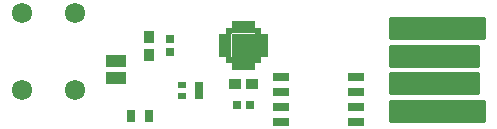
<source format=gbr>
G04 #@! TF.FileFunction,Soldermask,Top*
%FSLAX46Y46*%
G04 Gerber Fmt 4.6, Leading zero omitted, Abs format (unit mm)*
G04 Created by KiCad (PCBNEW 4.0.1-3.201512221402+6198~38~ubuntu15.04.1-stable) date Sat 02 Jan 2016 06:16:32 PM EST*
%MOMM*%
G01*
G04 APERTURE LIST*
%ADD10C,0.100000*%
%ADD11C,1.724000*%
%ADD12R,1.343000X0.708000*%
%ADD13R,0.700000X0.800000*%
%ADD14R,0.950000X1.000000*%
%ADD15R,0.800000X0.700000*%
%ADD16R,1.000000X0.950000*%
%ADD17R,0.500000X0.500000*%
%ADD18R,1.100000X0.500000*%
%ADD19R,0.500000X1.100000*%
%ADD20R,2.000000X2.000000*%
%ADD21R,0.700000X1.100000*%
%ADD22R,0.649580X0.499720*%
%ADD23R,0.850000X1.050000*%
%ADD24C,0.254000*%
G04 APERTURE END LIST*
D10*
D11*
X40000000Y-38000000D03*
X35500000Y-38000000D03*
X40000000Y-31500000D03*
X35500000Y-31500000D03*
D12*
X57455000Y-40675000D03*
X57455000Y-39405000D03*
X57455000Y-38135000D03*
X57455000Y-36865000D03*
X63805000Y-36865000D03*
X63805000Y-38135000D03*
X63805000Y-39405000D03*
X63805000Y-40675000D03*
D13*
X48000000Y-34800000D03*
X48000000Y-33700000D03*
D14*
X46250000Y-35000000D03*
X46250000Y-33500000D03*
D15*
X53700000Y-39230000D03*
X54800000Y-39230000D03*
D16*
X55000000Y-37520000D03*
X53500000Y-37520000D03*
D17*
X53010000Y-35480000D03*
X53010000Y-32980000D03*
D18*
X52710000Y-33480000D03*
X52710000Y-33980000D03*
X52710000Y-34480000D03*
X52710000Y-34980000D03*
D19*
X53510000Y-35780000D03*
X54010000Y-35780000D03*
X54510000Y-35780000D03*
X55010000Y-35780000D03*
D17*
X55510000Y-35480000D03*
D18*
X55810000Y-34980000D03*
X55810000Y-34480000D03*
X55810000Y-33980000D03*
X55810000Y-33480000D03*
D17*
X55510000Y-32980000D03*
D19*
X55010000Y-32680000D03*
X54510000Y-32680000D03*
X54010000Y-32680000D03*
X53510000Y-32680000D03*
D20*
X54260000Y-34230000D03*
D21*
X46220000Y-40220000D03*
X44720000Y-40220000D03*
D22*
X50461040Y-38530380D03*
X50461040Y-37529620D03*
X49058960Y-38530380D03*
X50461040Y-38030000D03*
X49058960Y-37529620D03*
D23*
X43000000Y-35500000D03*
X43850000Y-35500000D03*
X43850000Y-36950000D03*
X43000000Y-36950000D03*
D24*
G36*
X74623000Y-33623000D02*
X66677000Y-33623000D01*
X66677000Y-31877000D01*
X74623000Y-31877000D01*
X74623000Y-33623000D01*
X74623000Y-33623000D01*
G37*
X74623000Y-33623000D02*
X66677000Y-33623000D01*
X66677000Y-31877000D01*
X74623000Y-31877000D01*
X74623000Y-33623000D01*
G36*
X74123000Y-35973000D02*
X66677000Y-35973000D01*
X66677000Y-34227000D01*
X74123000Y-34227000D01*
X74123000Y-35973000D01*
X74123000Y-35973000D01*
G37*
X74123000Y-35973000D02*
X66677000Y-35973000D01*
X66677000Y-34227000D01*
X74123000Y-34227000D01*
X74123000Y-35973000D01*
G36*
X74123000Y-38273000D02*
X66677000Y-38273000D01*
X66677000Y-36527000D01*
X74123000Y-36527000D01*
X74123000Y-38273000D01*
X74123000Y-38273000D01*
G37*
X74123000Y-38273000D02*
X66677000Y-38273000D01*
X66677000Y-36527000D01*
X74123000Y-36527000D01*
X74123000Y-38273000D01*
G36*
X74623000Y-40623000D02*
X66677000Y-40623000D01*
X66677000Y-38877000D01*
X74623000Y-38877000D01*
X74623000Y-40623000D01*
X74623000Y-40623000D01*
G37*
X74623000Y-40623000D02*
X66677000Y-40623000D01*
X66677000Y-38877000D01*
X74623000Y-38877000D01*
X74623000Y-40623000D01*
M02*

</source>
